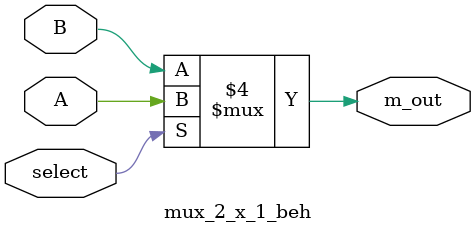
<source format=v>
module mux_2_x_1_beh( A,B,select,m_out );
    input A,B,select;
    output reg m_out;//why reg with output ??
    always @(A,B,select) begin//procedural block
        // m_out <= select ? A:B;//sequential statement; but connverted to concurrent using non-blocking assignment
        if (select==1) m_out = A;//---_-->blocking assignment; statements will be treated as sequential
        else m_out = B;          //--/
    end
endmodule
</source>
